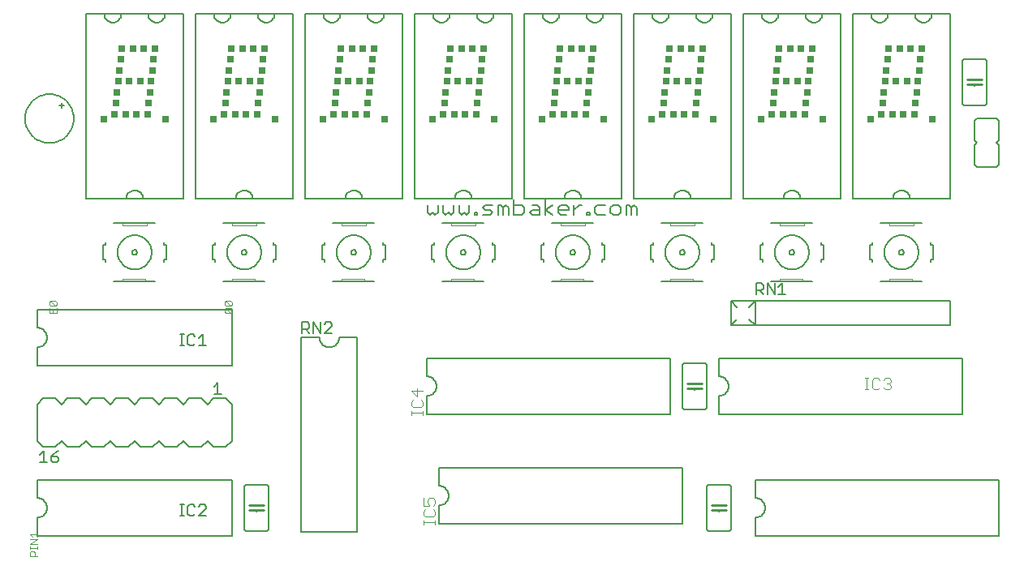
<source format=gto>
G75*
%MOIN*%
%OFA0B0*%
%FSLAX24Y24*%
%IPPOS*%
%LPD*%
%AMOC8*
5,1,8,0,0,1.08239X$1,22.5*
%
%ADD10C,0.0030*%
%ADD11C,0.0060*%
%ADD12C,0.0100*%
%ADD13R,0.0250X0.0250*%
%ADD14C,0.0050*%
%ADD15C,0.0040*%
%ADD16C,0.0020*%
D10*
X000375Y002195D02*
X000375Y002340D01*
X000423Y002388D01*
X000520Y002388D01*
X000568Y002340D01*
X000568Y002195D01*
X000665Y002195D02*
X000375Y002195D01*
X000375Y002490D02*
X000375Y002586D01*
X000375Y002538D02*
X000665Y002538D01*
X000665Y002490D02*
X000665Y002586D01*
X000665Y002686D02*
X000375Y002686D01*
X000665Y002880D01*
X000375Y002880D01*
X000472Y002981D02*
X000375Y003077D01*
X000665Y003077D01*
X000665Y002981D02*
X000665Y003174D01*
X001175Y012195D02*
X001465Y012195D01*
X001465Y012388D01*
X001417Y012490D02*
X001223Y012490D01*
X001175Y012538D01*
X001175Y012635D01*
X001223Y012683D01*
X001417Y012490D01*
X001465Y012538D01*
X001465Y012635D01*
X001417Y012683D01*
X001223Y012683D01*
X001175Y012388D02*
X001175Y012195D01*
X001320Y012195D02*
X001320Y012292D01*
X008375Y012340D02*
X008423Y012388D01*
X008617Y012195D01*
X008665Y012243D01*
X008665Y012340D01*
X008617Y012388D01*
X008423Y012388D01*
X008375Y012340D02*
X008375Y012243D01*
X008423Y012195D01*
X008617Y012195D01*
X008617Y012490D02*
X008423Y012490D01*
X008375Y012538D01*
X008375Y012635D01*
X008423Y012683D01*
X008617Y012490D01*
X008665Y012538D01*
X008665Y012635D01*
X008617Y012683D01*
X008423Y012683D01*
D11*
X008680Y012330D02*
X008680Y010030D01*
X000680Y010030D01*
X000680Y010780D01*
X000719Y010782D01*
X000758Y010788D01*
X000796Y010797D01*
X000833Y010810D01*
X000869Y010827D01*
X000902Y010847D01*
X000934Y010871D01*
X000963Y010897D01*
X000989Y010926D01*
X001013Y010958D01*
X001033Y010991D01*
X001050Y011027D01*
X001063Y011064D01*
X001072Y011102D01*
X001078Y011141D01*
X001080Y011180D01*
X001078Y011219D01*
X001072Y011258D01*
X001063Y011296D01*
X001050Y011333D01*
X001033Y011369D01*
X001013Y011402D01*
X000989Y011434D01*
X000963Y011463D01*
X000934Y011489D01*
X000902Y011513D01*
X000869Y011533D01*
X000833Y011550D01*
X000796Y011563D01*
X000758Y011572D01*
X000719Y011578D01*
X000680Y011580D01*
X000680Y012330D01*
X008680Y012330D01*
X008680Y013480D02*
X008330Y013480D01*
X008680Y013480D02*
X009630Y013480D01*
X010030Y013480D01*
X010380Y014280D02*
X010380Y014380D01*
X010480Y014380D01*
X010480Y014980D01*
X010380Y014980D01*
X010380Y015080D01*
X010030Y015880D02*
X009680Y015880D01*
X008680Y015880D01*
X008330Y015880D01*
X007980Y015080D02*
X007980Y014980D01*
X007880Y014980D01*
X007880Y014380D01*
X007980Y014380D01*
X007980Y014280D01*
X009080Y014680D02*
X009082Y014700D01*
X009088Y014718D01*
X009097Y014736D01*
X009109Y014751D01*
X009124Y014763D01*
X009142Y014772D01*
X009160Y014778D01*
X009180Y014780D01*
X009200Y014778D01*
X009218Y014772D01*
X009236Y014763D01*
X009251Y014751D01*
X009263Y014736D01*
X009272Y014718D01*
X009278Y014700D01*
X009280Y014680D01*
X009278Y014660D01*
X009272Y014642D01*
X009263Y014624D01*
X009251Y014609D01*
X009236Y014597D01*
X009218Y014588D01*
X009200Y014582D01*
X009180Y014580D01*
X009160Y014582D01*
X009142Y014588D01*
X009124Y014597D01*
X009109Y014609D01*
X009097Y014624D01*
X009088Y014642D01*
X009082Y014660D01*
X009080Y014680D01*
X008480Y014680D02*
X008482Y014732D01*
X008488Y014784D01*
X008498Y014836D01*
X008511Y014886D01*
X008528Y014936D01*
X008549Y014984D01*
X008574Y015030D01*
X008602Y015074D01*
X008633Y015116D01*
X008667Y015156D01*
X008704Y015193D01*
X008744Y015227D01*
X008786Y015258D01*
X008830Y015286D01*
X008876Y015311D01*
X008924Y015332D01*
X008974Y015349D01*
X009024Y015362D01*
X009076Y015372D01*
X009128Y015378D01*
X009180Y015380D01*
X009232Y015378D01*
X009284Y015372D01*
X009336Y015362D01*
X009386Y015349D01*
X009436Y015332D01*
X009484Y015311D01*
X009530Y015286D01*
X009574Y015258D01*
X009616Y015227D01*
X009656Y015193D01*
X009693Y015156D01*
X009727Y015116D01*
X009758Y015074D01*
X009786Y015030D01*
X009811Y014984D01*
X009832Y014936D01*
X009849Y014886D01*
X009862Y014836D01*
X009872Y014784D01*
X009878Y014732D01*
X009880Y014680D01*
X009878Y014628D01*
X009872Y014576D01*
X009862Y014524D01*
X009849Y014474D01*
X009832Y014424D01*
X009811Y014376D01*
X009786Y014330D01*
X009758Y014286D01*
X009727Y014244D01*
X009693Y014204D01*
X009656Y014167D01*
X009616Y014133D01*
X009574Y014102D01*
X009530Y014074D01*
X009484Y014049D01*
X009436Y014028D01*
X009386Y014011D01*
X009336Y013998D01*
X009284Y013988D01*
X009232Y013982D01*
X009180Y013980D01*
X009128Y013982D01*
X009076Y013988D01*
X009024Y013998D01*
X008974Y014011D01*
X008924Y014028D01*
X008876Y014049D01*
X008830Y014074D01*
X008786Y014102D01*
X008744Y014133D01*
X008704Y014167D01*
X008667Y014204D01*
X008633Y014244D01*
X008602Y014286D01*
X008574Y014330D01*
X008549Y014376D01*
X008528Y014424D01*
X008511Y014474D01*
X008498Y014524D01*
X008488Y014576D01*
X008482Y014628D01*
X008480Y014680D01*
X005980Y014380D02*
X005980Y014980D01*
X005880Y014980D01*
X005880Y015080D01*
X005880Y014380D02*
X005880Y014280D01*
X005880Y014380D02*
X005980Y014380D01*
X005530Y013480D02*
X005130Y013480D01*
X004180Y013480D01*
X003830Y013480D01*
X003480Y014280D02*
X003480Y014380D01*
X003380Y014380D01*
X003380Y014980D01*
X003480Y014980D01*
X003480Y015080D01*
X003830Y015880D02*
X004180Y015880D01*
X005180Y015880D01*
X005530Y015880D01*
X005030Y016880D02*
X005028Y016917D01*
X005022Y016953D01*
X005013Y016988D01*
X005000Y017022D01*
X004983Y017055D01*
X004963Y017086D01*
X004940Y017114D01*
X004914Y017140D01*
X004886Y017163D01*
X004855Y017183D01*
X004822Y017200D01*
X004788Y017213D01*
X004753Y017222D01*
X004717Y017228D01*
X004680Y017230D01*
X004643Y017228D01*
X004607Y017222D01*
X004572Y017213D01*
X004538Y017200D01*
X004505Y017183D01*
X004474Y017163D01*
X004446Y017140D01*
X004420Y017114D01*
X004397Y017086D01*
X004377Y017055D01*
X004360Y017022D01*
X004347Y016988D01*
X004338Y016953D01*
X004332Y016917D01*
X004330Y016880D01*
X002680Y016880D02*
X002680Y024480D01*
X006680Y024480D01*
X006680Y016880D01*
X002680Y016880D01*
X004580Y014680D02*
X004582Y014700D01*
X004588Y014718D01*
X004597Y014736D01*
X004609Y014751D01*
X004624Y014763D01*
X004642Y014772D01*
X004660Y014778D01*
X004680Y014780D01*
X004700Y014778D01*
X004718Y014772D01*
X004736Y014763D01*
X004751Y014751D01*
X004763Y014736D01*
X004772Y014718D01*
X004778Y014700D01*
X004780Y014680D01*
X004778Y014660D01*
X004772Y014642D01*
X004763Y014624D01*
X004751Y014609D01*
X004736Y014597D01*
X004718Y014588D01*
X004700Y014582D01*
X004680Y014580D01*
X004660Y014582D01*
X004642Y014588D01*
X004624Y014597D01*
X004609Y014609D01*
X004597Y014624D01*
X004588Y014642D01*
X004582Y014660D01*
X004580Y014680D01*
X003980Y014680D02*
X003982Y014732D01*
X003988Y014784D01*
X003998Y014836D01*
X004011Y014886D01*
X004028Y014936D01*
X004049Y014984D01*
X004074Y015030D01*
X004102Y015074D01*
X004133Y015116D01*
X004167Y015156D01*
X004204Y015193D01*
X004244Y015227D01*
X004286Y015258D01*
X004330Y015286D01*
X004376Y015311D01*
X004424Y015332D01*
X004474Y015349D01*
X004524Y015362D01*
X004576Y015372D01*
X004628Y015378D01*
X004680Y015380D01*
X004732Y015378D01*
X004784Y015372D01*
X004836Y015362D01*
X004886Y015349D01*
X004936Y015332D01*
X004984Y015311D01*
X005030Y015286D01*
X005074Y015258D01*
X005116Y015227D01*
X005156Y015193D01*
X005193Y015156D01*
X005227Y015116D01*
X005258Y015074D01*
X005286Y015030D01*
X005311Y014984D01*
X005332Y014936D01*
X005349Y014886D01*
X005362Y014836D01*
X005372Y014784D01*
X005378Y014732D01*
X005380Y014680D01*
X005378Y014628D01*
X005372Y014576D01*
X005362Y014524D01*
X005349Y014474D01*
X005332Y014424D01*
X005311Y014376D01*
X005286Y014330D01*
X005258Y014286D01*
X005227Y014244D01*
X005193Y014204D01*
X005156Y014167D01*
X005116Y014133D01*
X005074Y014102D01*
X005030Y014074D01*
X004984Y014049D01*
X004936Y014028D01*
X004886Y014011D01*
X004836Y013998D01*
X004784Y013988D01*
X004732Y013982D01*
X004680Y013980D01*
X004628Y013982D01*
X004576Y013988D01*
X004524Y013998D01*
X004474Y014011D01*
X004424Y014028D01*
X004376Y014049D01*
X004330Y014074D01*
X004286Y014102D01*
X004244Y014133D01*
X004204Y014167D01*
X004167Y014204D01*
X004133Y014244D01*
X004102Y014286D01*
X004074Y014330D01*
X004049Y014376D01*
X004028Y014424D01*
X004011Y014474D01*
X003998Y014524D01*
X003988Y014576D01*
X003982Y014628D01*
X003980Y014680D01*
X007180Y016880D02*
X007180Y024480D01*
X011180Y024480D01*
X011180Y016880D01*
X007180Y016880D01*
X008830Y016880D02*
X008832Y016917D01*
X008838Y016953D01*
X008847Y016988D01*
X008860Y017022D01*
X008877Y017055D01*
X008897Y017086D01*
X008920Y017114D01*
X008946Y017140D01*
X008974Y017163D01*
X009005Y017183D01*
X009038Y017200D01*
X009072Y017213D01*
X009107Y017222D01*
X009143Y017228D01*
X009180Y017230D01*
X009217Y017228D01*
X009253Y017222D01*
X009288Y017213D01*
X009322Y017200D01*
X009355Y017183D01*
X009386Y017163D01*
X009414Y017140D01*
X009440Y017114D01*
X009463Y017086D01*
X009483Y017055D01*
X009500Y017022D01*
X009513Y016988D01*
X009522Y016953D01*
X009528Y016917D01*
X009530Y016880D01*
X011680Y016880D02*
X011680Y024480D01*
X015680Y024480D01*
X015680Y016880D01*
X011680Y016880D01*
X012830Y015880D02*
X013180Y015880D01*
X014180Y015880D01*
X014530Y015880D01*
X014880Y015080D02*
X014880Y014980D01*
X014980Y014980D01*
X014980Y014380D01*
X014880Y014380D01*
X014880Y014280D01*
X014530Y013480D02*
X014130Y013480D01*
X013180Y013480D01*
X012830Y013480D01*
X012480Y014280D02*
X012480Y014380D01*
X012380Y014380D01*
X012380Y014980D01*
X012480Y014980D01*
X012480Y015080D01*
X013580Y014680D02*
X013582Y014700D01*
X013588Y014718D01*
X013597Y014736D01*
X013609Y014751D01*
X013624Y014763D01*
X013642Y014772D01*
X013660Y014778D01*
X013680Y014780D01*
X013700Y014778D01*
X013718Y014772D01*
X013736Y014763D01*
X013751Y014751D01*
X013763Y014736D01*
X013772Y014718D01*
X013778Y014700D01*
X013780Y014680D01*
X013778Y014660D01*
X013772Y014642D01*
X013763Y014624D01*
X013751Y014609D01*
X013736Y014597D01*
X013718Y014588D01*
X013700Y014582D01*
X013680Y014580D01*
X013660Y014582D01*
X013642Y014588D01*
X013624Y014597D01*
X013609Y014609D01*
X013597Y014624D01*
X013588Y014642D01*
X013582Y014660D01*
X013580Y014680D01*
X012980Y014680D02*
X012982Y014732D01*
X012988Y014784D01*
X012998Y014836D01*
X013011Y014886D01*
X013028Y014936D01*
X013049Y014984D01*
X013074Y015030D01*
X013102Y015074D01*
X013133Y015116D01*
X013167Y015156D01*
X013204Y015193D01*
X013244Y015227D01*
X013286Y015258D01*
X013330Y015286D01*
X013376Y015311D01*
X013424Y015332D01*
X013474Y015349D01*
X013524Y015362D01*
X013576Y015372D01*
X013628Y015378D01*
X013680Y015380D01*
X013732Y015378D01*
X013784Y015372D01*
X013836Y015362D01*
X013886Y015349D01*
X013936Y015332D01*
X013984Y015311D01*
X014030Y015286D01*
X014074Y015258D01*
X014116Y015227D01*
X014156Y015193D01*
X014193Y015156D01*
X014227Y015116D01*
X014258Y015074D01*
X014286Y015030D01*
X014311Y014984D01*
X014332Y014936D01*
X014349Y014886D01*
X014362Y014836D01*
X014372Y014784D01*
X014378Y014732D01*
X014380Y014680D01*
X014378Y014628D01*
X014372Y014576D01*
X014362Y014524D01*
X014349Y014474D01*
X014332Y014424D01*
X014311Y014376D01*
X014286Y014330D01*
X014258Y014286D01*
X014227Y014244D01*
X014193Y014204D01*
X014156Y014167D01*
X014116Y014133D01*
X014074Y014102D01*
X014030Y014074D01*
X013984Y014049D01*
X013936Y014028D01*
X013886Y014011D01*
X013836Y013998D01*
X013784Y013988D01*
X013732Y013982D01*
X013680Y013980D01*
X013628Y013982D01*
X013576Y013988D01*
X013524Y013998D01*
X013474Y014011D01*
X013424Y014028D01*
X013376Y014049D01*
X013330Y014074D01*
X013286Y014102D01*
X013244Y014133D01*
X013204Y014167D01*
X013167Y014204D01*
X013133Y014244D01*
X013102Y014286D01*
X013074Y014330D01*
X013049Y014376D01*
X013028Y014424D01*
X013011Y014474D01*
X012998Y014524D01*
X012988Y014576D01*
X012982Y014628D01*
X012980Y014680D01*
X013330Y016880D02*
X013332Y016917D01*
X013338Y016953D01*
X013347Y016988D01*
X013360Y017022D01*
X013377Y017055D01*
X013397Y017086D01*
X013420Y017114D01*
X013446Y017140D01*
X013474Y017163D01*
X013505Y017183D01*
X013538Y017200D01*
X013572Y017213D01*
X013607Y017222D01*
X013643Y017228D01*
X013680Y017230D01*
X013717Y017228D01*
X013753Y017222D01*
X013788Y017213D01*
X013822Y017200D01*
X013855Y017183D01*
X013886Y017163D01*
X013914Y017140D01*
X013940Y017114D01*
X013963Y017086D01*
X013983Y017055D01*
X014000Y017022D01*
X014013Y016988D01*
X014022Y016953D01*
X014028Y016917D01*
X014030Y016880D01*
X016180Y016880D02*
X016180Y024480D01*
X020180Y024480D01*
X020180Y016880D01*
X016180Y016880D01*
X016710Y016637D02*
X016710Y016317D01*
X016817Y016210D01*
X016924Y016317D01*
X017030Y016210D01*
X017137Y016317D01*
X017137Y016637D01*
X017355Y016637D02*
X017355Y016317D01*
X017461Y016210D01*
X017568Y016317D01*
X017675Y016210D01*
X017782Y016317D01*
X017782Y016637D01*
X017999Y016637D02*
X017999Y016317D01*
X018106Y016210D01*
X018213Y016317D01*
X018319Y016210D01*
X018426Y016317D01*
X018426Y016637D01*
X018530Y016880D02*
X018528Y016917D01*
X018522Y016953D01*
X018513Y016988D01*
X018500Y017022D01*
X018483Y017055D01*
X018463Y017086D01*
X018440Y017114D01*
X018414Y017140D01*
X018386Y017163D01*
X018355Y017183D01*
X018322Y017200D01*
X018288Y017213D01*
X018253Y017222D01*
X018217Y017228D01*
X018180Y017230D01*
X018143Y017228D01*
X018107Y017222D01*
X018072Y017213D01*
X018038Y017200D01*
X018005Y017183D01*
X017974Y017163D01*
X017946Y017140D01*
X017920Y017114D01*
X017897Y017086D01*
X017877Y017055D01*
X017860Y017022D01*
X017847Y016988D01*
X017838Y016953D01*
X017832Y016917D01*
X017830Y016880D01*
X018644Y016317D02*
X018750Y016317D01*
X018750Y016210D01*
X018644Y016210D01*
X018644Y016317D01*
X018966Y016210D02*
X019286Y016210D01*
X019393Y016317D01*
X019286Y016424D01*
X019073Y016424D01*
X018966Y016530D01*
X019073Y016637D01*
X019393Y016637D01*
X019610Y016637D02*
X019717Y016637D01*
X019824Y016530D01*
X019931Y016637D01*
X020038Y016530D01*
X020038Y016210D01*
X019824Y016210D02*
X019824Y016530D01*
X019610Y016637D02*
X019610Y016210D01*
X019030Y015880D02*
X018680Y015880D01*
X017680Y015880D01*
X017330Y015880D01*
X016980Y015080D02*
X016980Y014980D01*
X016880Y014980D01*
X016880Y014380D01*
X016980Y014380D01*
X016980Y014280D01*
X017330Y013480D02*
X017680Y013480D01*
X018630Y013480D01*
X019030Y013480D01*
X019380Y014280D02*
X019380Y014380D01*
X019480Y014380D01*
X019480Y014980D01*
X019380Y014980D01*
X019380Y015080D01*
X018080Y014680D02*
X018082Y014700D01*
X018088Y014718D01*
X018097Y014736D01*
X018109Y014751D01*
X018124Y014763D01*
X018142Y014772D01*
X018160Y014778D01*
X018180Y014780D01*
X018200Y014778D01*
X018218Y014772D01*
X018236Y014763D01*
X018251Y014751D01*
X018263Y014736D01*
X018272Y014718D01*
X018278Y014700D01*
X018280Y014680D01*
X018278Y014660D01*
X018272Y014642D01*
X018263Y014624D01*
X018251Y014609D01*
X018236Y014597D01*
X018218Y014588D01*
X018200Y014582D01*
X018180Y014580D01*
X018160Y014582D01*
X018142Y014588D01*
X018124Y014597D01*
X018109Y014609D01*
X018097Y014624D01*
X018088Y014642D01*
X018082Y014660D01*
X018080Y014680D01*
X017480Y014680D02*
X017482Y014732D01*
X017488Y014784D01*
X017498Y014836D01*
X017511Y014886D01*
X017528Y014936D01*
X017549Y014984D01*
X017574Y015030D01*
X017602Y015074D01*
X017633Y015116D01*
X017667Y015156D01*
X017704Y015193D01*
X017744Y015227D01*
X017786Y015258D01*
X017830Y015286D01*
X017876Y015311D01*
X017924Y015332D01*
X017974Y015349D01*
X018024Y015362D01*
X018076Y015372D01*
X018128Y015378D01*
X018180Y015380D01*
X018232Y015378D01*
X018284Y015372D01*
X018336Y015362D01*
X018386Y015349D01*
X018436Y015332D01*
X018484Y015311D01*
X018530Y015286D01*
X018574Y015258D01*
X018616Y015227D01*
X018656Y015193D01*
X018693Y015156D01*
X018727Y015116D01*
X018758Y015074D01*
X018786Y015030D01*
X018811Y014984D01*
X018832Y014936D01*
X018849Y014886D01*
X018862Y014836D01*
X018872Y014784D01*
X018878Y014732D01*
X018880Y014680D01*
X018878Y014628D01*
X018872Y014576D01*
X018862Y014524D01*
X018849Y014474D01*
X018832Y014424D01*
X018811Y014376D01*
X018786Y014330D01*
X018758Y014286D01*
X018727Y014244D01*
X018693Y014204D01*
X018656Y014167D01*
X018616Y014133D01*
X018574Y014102D01*
X018530Y014074D01*
X018484Y014049D01*
X018436Y014028D01*
X018386Y014011D01*
X018336Y013998D01*
X018284Y013988D01*
X018232Y013982D01*
X018180Y013980D01*
X018128Y013982D01*
X018076Y013988D01*
X018024Y013998D01*
X017974Y014011D01*
X017924Y014028D01*
X017876Y014049D01*
X017830Y014074D01*
X017786Y014102D01*
X017744Y014133D01*
X017704Y014167D01*
X017667Y014204D01*
X017633Y014244D01*
X017602Y014286D01*
X017574Y014330D01*
X017549Y014376D01*
X017528Y014424D01*
X017511Y014474D01*
X017498Y014524D01*
X017488Y014576D01*
X017482Y014628D01*
X017480Y014680D01*
X020255Y016210D02*
X020575Y016210D01*
X020682Y016317D01*
X020682Y016530D01*
X020575Y016637D01*
X020255Y016637D01*
X020255Y016851D02*
X020255Y016210D01*
X020900Y016317D02*
X021006Y016210D01*
X021327Y016210D01*
X021327Y016530D01*
X021220Y016637D01*
X021006Y016637D01*
X021006Y016424D02*
X021327Y016424D01*
X021544Y016424D02*
X021864Y016637D01*
X022081Y016530D02*
X022081Y016317D01*
X022188Y016210D01*
X022402Y016210D01*
X022508Y016424D02*
X022081Y016424D01*
X022081Y016530D02*
X022188Y016637D01*
X022402Y016637D01*
X022508Y016530D01*
X022508Y016424D01*
X022726Y016424D02*
X022939Y016637D01*
X023046Y016637D01*
X022726Y016637D02*
X022726Y016210D01*
X023263Y016210D02*
X023263Y016317D01*
X023370Y016317D01*
X023370Y016210D01*
X023263Y016210D01*
X023585Y016317D02*
X023692Y016210D01*
X024012Y016210D01*
X024230Y016317D02*
X024337Y016210D01*
X024550Y016210D01*
X024657Y016317D01*
X024657Y016530D01*
X024550Y016637D01*
X024337Y016637D01*
X024230Y016530D01*
X024230Y016317D01*
X024012Y016637D02*
X023692Y016637D01*
X023585Y016530D01*
X023585Y016317D01*
X023530Y015880D02*
X023180Y015880D01*
X022180Y015880D01*
X021830Y015880D01*
X021864Y016210D02*
X021544Y016424D01*
X021544Y016210D02*
X021544Y016851D01*
X021006Y016424D02*
X020900Y016317D01*
X020680Y016880D02*
X020680Y024480D01*
X024680Y024480D01*
X024680Y016880D01*
X020680Y016880D01*
X022330Y016880D02*
X022332Y016917D01*
X022338Y016953D01*
X022347Y016988D01*
X022360Y017022D01*
X022377Y017055D01*
X022397Y017086D01*
X022420Y017114D01*
X022446Y017140D01*
X022474Y017163D01*
X022505Y017183D01*
X022538Y017200D01*
X022572Y017213D01*
X022607Y017222D01*
X022643Y017228D01*
X022680Y017230D01*
X022717Y017228D01*
X022753Y017222D01*
X022788Y017213D01*
X022822Y017200D01*
X022855Y017183D01*
X022886Y017163D01*
X022914Y017140D01*
X022940Y017114D01*
X022963Y017086D01*
X022983Y017055D01*
X023000Y017022D01*
X023013Y016988D01*
X023022Y016953D01*
X023028Y016917D01*
X023030Y016880D01*
X024874Y016637D02*
X024874Y016210D01*
X025088Y016210D02*
X025088Y016530D01*
X025195Y016637D01*
X025301Y016530D01*
X025301Y016210D01*
X025088Y016530D02*
X024981Y016637D01*
X024874Y016637D01*
X025180Y016880D02*
X025180Y024480D01*
X029180Y024480D01*
X029180Y016880D01*
X025180Y016880D01*
X026330Y015880D02*
X026680Y015880D01*
X027680Y015880D01*
X028030Y015880D01*
X028380Y015080D02*
X028380Y014980D01*
X028480Y014980D01*
X028480Y014380D01*
X028380Y014380D01*
X028380Y014280D01*
X028030Y013480D02*
X027630Y013480D01*
X026680Y013480D01*
X026330Y013480D01*
X025980Y014280D02*
X025980Y014380D01*
X025880Y014380D01*
X025880Y014980D01*
X025980Y014980D01*
X025980Y015080D01*
X027080Y014680D02*
X027082Y014700D01*
X027088Y014718D01*
X027097Y014736D01*
X027109Y014751D01*
X027124Y014763D01*
X027142Y014772D01*
X027160Y014778D01*
X027180Y014780D01*
X027200Y014778D01*
X027218Y014772D01*
X027236Y014763D01*
X027251Y014751D01*
X027263Y014736D01*
X027272Y014718D01*
X027278Y014700D01*
X027280Y014680D01*
X027278Y014660D01*
X027272Y014642D01*
X027263Y014624D01*
X027251Y014609D01*
X027236Y014597D01*
X027218Y014588D01*
X027200Y014582D01*
X027180Y014580D01*
X027160Y014582D01*
X027142Y014588D01*
X027124Y014597D01*
X027109Y014609D01*
X027097Y014624D01*
X027088Y014642D01*
X027082Y014660D01*
X027080Y014680D01*
X026480Y014680D02*
X026482Y014732D01*
X026488Y014784D01*
X026498Y014836D01*
X026511Y014886D01*
X026528Y014936D01*
X026549Y014984D01*
X026574Y015030D01*
X026602Y015074D01*
X026633Y015116D01*
X026667Y015156D01*
X026704Y015193D01*
X026744Y015227D01*
X026786Y015258D01*
X026830Y015286D01*
X026876Y015311D01*
X026924Y015332D01*
X026974Y015349D01*
X027024Y015362D01*
X027076Y015372D01*
X027128Y015378D01*
X027180Y015380D01*
X027232Y015378D01*
X027284Y015372D01*
X027336Y015362D01*
X027386Y015349D01*
X027436Y015332D01*
X027484Y015311D01*
X027530Y015286D01*
X027574Y015258D01*
X027616Y015227D01*
X027656Y015193D01*
X027693Y015156D01*
X027727Y015116D01*
X027758Y015074D01*
X027786Y015030D01*
X027811Y014984D01*
X027832Y014936D01*
X027849Y014886D01*
X027862Y014836D01*
X027872Y014784D01*
X027878Y014732D01*
X027880Y014680D01*
X027878Y014628D01*
X027872Y014576D01*
X027862Y014524D01*
X027849Y014474D01*
X027832Y014424D01*
X027811Y014376D01*
X027786Y014330D01*
X027758Y014286D01*
X027727Y014244D01*
X027693Y014204D01*
X027656Y014167D01*
X027616Y014133D01*
X027574Y014102D01*
X027530Y014074D01*
X027484Y014049D01*
X027436Y014028D01*
X027386Y014011D01*
X027336Y013998D01*
X027284Y013988D01*
X027232Y013982D01*
X027180Y013980D01*
X027128Y013982D01*
X027076Y013988D01*
X027024Y013998D01*
X026974Y014011D01*
X026924Y014028D01*
X026876Y014049D01*
X026830Y014074D01*
X026786Y014102D01*
X026744Y014133D01*
X026704Y014167D01*
X026667Y014204D01*
X026633Y014244D01*
X026602Y014286D01*
X026574Y014330D01*
X026549Y014376D01*
X026528Y014424D01*
X026511Y014474D01*
X026498Y014524D01*
X026488Y014576D01*
X026482Y014628D01*
X026480Y014680D01*
X023980Y014380D02*
X023980Y014980D01*
X023880Y014980D01*
X023880Y015080D01*
X023880Y014380D02*
X023880Y014280D01*
X023880Y014380D02*
X023980Y014380D01*
X023530Y013480D02*
X023130Y013480D01*
X022180Y013480D01*
X021830Y013480D01*
X021480Y014280D02*
X021480Y014380D01*
X021380Y014380D01*
X021380Y014980D01*
X021480Y014980D01*
X021480Y015080D01*
X022580Y014680D02*
X022582Y014700D01*
X022588Y014718D01*
X022597Y014736D01*
X022609Y014751D01*
X022624Y014763D01*
X022642Y014772D01*
X022660Y014778D01*
X022680Y014780D01*
X022700Y014778D01*
X022718Y014772D01*
X022736Y014763D01*
X022751Y014751D01*
X022763Y014736D01*
X022772Y014718D01*
X022778Y014700D01*
X022780Y014680D01*
X022778Y014660D01*
X022772Y014642D01*
X022763Y014624D01*
X022751Y014609D01*
X022736Y014597D01*
X022718Y014588D01*
X022700Y014582D01*
X022680Y014580D01*
X022660Y014582D01*
X022642Y014588D01*
X022624Y014597D01*
X022609Y014609D01*
X022597Y014624D01*
X022588Y014642D01*
X022582Y014660D01*
X022580Y014680D01*
X021980Y014680D02*
X021982Y014732D01*
X021988Y014784D01*
X021998Y014836D01*
X022011Y014886D01*
X022028Y014936D01*
X022049Y014984D01*
X022074Y015030D01*
X022102Y015074D01*
X022133Y015116D01*
X022167Y015156D01*
X022204Y015193D01*
X022244Y015227D01*
X022286Y015258D01*
X022330Y015286D01*
X022376Y015311D01*
X022424Y015332D01*
X022474Y015349D01*
X022524Y015362D01*
X022576Y015372D01*
X022628Y015378D01*
X022680Y015380D01*
X022732Y015378D01*
X022784Y015372D01*
X022836Y015362D01*
X022886Y015349D01*
X022936Y015332D01*
X022984Y015311D01*
X023030Y015286D01*
X023074Y015258D01*
X023116Y015227D01*
X023156Y015193D01*
X023193Y015156D01*
X023227Y015116D01*
X023258Y015074D01*
X023286Y015030D01*
X023311Y014984D01*
X023332Y014936D01*
X023349Y014886D01*
X023362Y014836D01*
X023372Y014784D01*
X023378Y014732D01*
X023380Y014680D01*
X023378Y014628D01*
X023372Y014576D01*
X023362Y014524D01*
X023349Y014474D01*
X023332Y014424D01*
X023311Y014376D01*
X023286Y014330D01*
X023258Y014286D01*
X023227Y014244D01*
X023193Y014204D01*
X023156Y014167D01*
X023116Y014133D01*
X023074Y014102D01*
X023030Y014074D01*
X022984Y014049D01*
X022936Y014028D01*
X022886Y014011D01*
X022836Y013998D01*
X022784Y013988D01*
X022732Y013982D01*
X022680Y013980D01*
X022628Y013982D01*
X022576Y013988D01*
X022524Y013998D01*
X022474Y014011D01*
X022424Y014028D01*
X022376Y014049D01*
X022330Y014074D01*
X022286Y014102D01*
X022244Y014133D01*
X022204Y014167D01*
X022167Y014204D01*
X022133Y014244D01*
X022102Y014286D01*
X022074Y014330D01*
X022049Y014376D01*
X022028Y014424D01*
X022011Y014474D01*
X021998Y014524D01*
X021988Y014576D01*
X021982Y014628D01*
X021980Y014680D01*
X026830Y016880D02*
X026832Y016917D01*
X026838Y016953D01*
X026847Y016988D01*
X026860Y017022D01*
X026877Y017055D01*
X026897Y017086D01*
X026920Y017114D01*
X026946Y017140D01*
X026974Y017163D01*
X027005Y017183D01*
X027038Y017200D01*
X027072Y017213D01*
X027107Y017222D01*
X027143Y017228D01*
X027180Y017230D01*
X027217Y017228D01*
X027253Y017222D01*
X027288Y017213D01*
X027322Y017200D01*
X027355Y017183D01*
X027386Y017163D01*
X027414Y017140D01*
X027440Y017114D01*
X027463Y017086D01*
X027483Y017055D01*
X027500Y017022D01*
X027513Y016988D01*
X027522Y016953D01*
X027528Y016917D01*
X027530Y016880D01*
X029680Y016880D02*
X029680Y024480D01*
X033680Y024480D01*
X033680Y016880D01*
X029680Y016880D01*
X030830Y015880D02*
X031180Y015880D01*
X032180Y015880D01*
X032530Y015880D01*
X032880Y015080D02*
X032880Y014980D01*
X032980Y014980D01*
X032980Y014380D01*
X032880Y014380D01*
X032880Y014280D01*
X032530Y013480D02*
X032130Y013480D01*
X031180Y013480D01*
X030830Y013480D01*
X030480Y014280D02*
X030480Y014380D01*
X030380Y014380D01*
X030380Y014980D01*
X030480Y014980D01*
X030480Y015080D01*
X031580Y014680D02*
X031582Y014700D01*
X031588Y014718D01*
X031597Y014736D01*
X031609Y014751D01*
X031624Y014763D01*
X031642Y014772D01*
X031660Y014778D01*
X031680Y014780D01*
X031700Y014778D01*
X031718Y014772D01*
X031736Y014763D01*
X031751Y014751D01*
X031763Y014736D01*
X031772Y014718D01*
X031778Y014700D01*
X031780Y014680D01*
X031778Y014660D01*
X031772Y014642D01*
X031763Y014624D01*
X031751Y014609D01*
X031736Y014597D01*
X031718Y014588D01*
X031700Y014582D01*
X031680Y014580D01*
X031660Y014582D01*
X031642Y014588D01*
X031624Y014597D01*
X031609Y014609D01*
X031597Y014624D01*
X031588Y014642D01*
X031582Y014660D01*
X031580Y014680D01*
X030980Y014680D02*
X030982Y014732D01*
X030988Y014784D01*
X030998Y014836D01*
X031011Y014886D01*
X031028Y014936D01*
X031049Y014984D01*
X031074Y015030D01*
X031102Y015074D01*
X031133Y015116D01*
X031167Y015156D01*
X031204Y015193D01*
X031244Y015227D01*
X031286Y015258D01*
X031330Y015286D01*
X031376Y015311D01*
X031424Y015332D01*
X031474Y015349D01*
X031524Y015362D01*
X031576Y015372D01*
X031628Y015378D01*
X031680Y015380D01*
X031732Y015378D01*
X031784Y015372D01*
X031836Y015362D01*
X031886Y015349D01*
X031936Y015332D01*
X031984Y015311D01*
X032030Y015286D01*
X032074Y015258D01*
X032116Y015227D01*
X032156Y015193D01*
X032193Y015156D01*
X032227Y015116D01*
X032258Y015074D01*
X032286Y015030D01*
X032311Y014984D01*
X032332Y014936D01*
X032349Y014886D01*
X032362Y014836D01*
X032372Y014784D01*
X032378Y014732D01*
X032380Y014680D01*
X032378Y014628D01*
X032372Y014576D01*
X032362Y014524D01*
X032349Y014474D01*
X032332Y014424D01*
X032311Y014376D01*
X032286Y014330D01*
X032258Y014286D01*
X032227Y014244D01*
X032193Y014204D01*
X032156Y014167D01*
X032116Y014133D01*
X032074Y014102D01*
X032030Y014074D01*
X031984Y014049D01*
X031936Y014028D01*
X031886Y014011D01*
X031836Y013998D01*
X031784Y013988D01*
X031732Y013982D01*
X031680Y013980D01*
X031628Y013982D01*
X031576Y013988D01*
X031524Y013998D01*
X031474Y014011D01*
X031424Y014028D01*
X031376Y014049D01*
X031330Y014074D01*
X031286Y014102D01*
X031244Y014133D01*
X031204Y014167D01*
X031167Y014204D01*
X031133Y014244D01*
X031102Y014286D01*
X031074Y014330D01*
X031049Y014376D01*
X031028Y014424D01*
X031011Y014474D01*
X030998Y014524D01*
X030988Y014576D01*
X030982Y014628D01*
X030980Y014680D01*
X030180Y012680D02*
X029180Y012680D01*
X029430Y012430D01*
X029180Y012680D02*
X029180Y011680D01*
X030180Y011680D01*
X038180Y011680D01*
X038180Y012680D01*
X030180Y012680D01*
X030180Y011680D01*
X029930Y011930D01*
X029430Y011930D02*
X029180Y011680D01*
X029930Y012430D02*
X030180Y012680D01*
X028680Y010330D02*
X028680Y009580D01*
X028719Y009578D01*
X028758Y009572D01*
X028796Y009563D01*
X028833Y009550D01*
X028869Y009533D01*
X028902Y009513D01*
X028934Y009489D01*
X028963Y009463D01*
X028989Y009434D01*
X029013Y009402D01*
X029033Y009369D01*
X029050Y009333D01*
X029063Y009296D01*
X029072Y009258D01*
X029078Y009219D01*
X029080Y009180D01*
X029078Y009141D01*
X029072Y009102D01*
X029063Y009064D01*
X029050Y009027D01*
X029033Y008991D01*
X029013Y008958D01*
X028989Y008926D01*
X028963Y008897D01*
X028934Y008871D01*
X028902Y008847D01*
X028869Y008827D01*
X028833Y008810D01*
X028796Y008797D01*
X028758Y008788D01*
X028719Y008782D01*
X028680Y008780D01*
X028680Y008030D01*
X038680Y008030D01*
X038680Y010330D01*
X028680Y010330D01*
X028180Y010030D02*
X028180Y008330D01*
X028178Y008313D01*
X028174Y008296D01*
X028167Y008280D01*
X028157Y008266D01*
X028144Y008253D01*
X028130Y008243D01*
X028114Y008236D01*
X028097Y008232D01*
X028080Y008230D01*
X027280Y008230D01*
X027263Y008232D01*
X027246Y008236D01*
X027230Y008243D01*
X027216Y008253D01*
X027203Y008266D01*
X027193Y008280D01*
X027186Y008296D01*
X027182Y008313D01*
X027180Y008330D01*
X027180Y010030D01*
X027182Y010047D01*
X027186Y010064D01*
X027193Y010080D01*
X027203Y010094D01*
X027216Y010107D01*
X027230Y010117D01*
X027246Y010124D01*
X027263Y010128D01*
X027280Y010130D01*
X028080Y010130D01*
X028097Y010128D01*
X028114Y010124D01*
X028130Y010117D01*
X028144Y010107D01*
X028157Y010094D01*
X028167Y010080D01*
X028174Y010064D01*
X028178Y010047D01*
X028180Y010030D01*
X027680Y009330D02*
X027680Y009280D01*
X027680Y009080D02*
X027680Y009030D01*
X026680Y008030D02*
X026680Y010330D01*
X016680Y010330D01*
X016680Y009580D01*
X016719Y009578D01*
X016758Y009572D01*
X016796Y009563D01*
X016833Y009550D01*
X016869Y009533D01*
X016902Y009513D01*
X016934Y009489D01*
X016963Y009463D01*
X016989Y009434D01*
X017013Y009402D01*
X017033Y009369D01*
X017050Y009333D01*
X017063Y009296D01*
X017072Y009258D01*
X017078Y009219D01*
X017080Y009180D01*
X017078Y009141D01*
X017072Y009102D01*
X017063Y009064D01*
X017050Y009027D01*
X017033Y008991D01*
X017013Y008958D01*
X016989Y008926D01*
X016963Y008897D01*
X016934Y008871D01*
X016902Y008847D01*
X016869Y008827D01*
X016833Y008810D01*
X016796Y008797D01*
X016758Y008788D01*
X016719Y008782D01*
X016680Y008780D01*
X016680Y008030D01*
X026680Y008030D01*
X027180Y005830D02*
X027180Y003530D01*
X017180Y003530D01*
X017180Y004280D01*
X017219Y004282D01*
X017258Y004288D01*
X017296Y004297D01*
X017333Y004310D01*
X017369Y004327D01*
X017402Y004347D01*
X017434Y004371D01*
X017463Y004397D01*
X017489Y004426D01*
X017513Y004458D01*
X017533Y004491D01*
X017550Y004527D01*
X017563Y004564D01*
X017572Y004602D01*
X017578Y004641D01*
X017580Y004680D01*
X017578Y004719D01*
X017572Y004758D01*
X017563Y004796D01*
X017550Y004833D01*
X017533Y004869D01*
X017513Y004902D01*
X017489Y004934D01*
X017463Y004963D01*
X017434Y004989D01*
X017402Y005013D01*
X017369Y005033D01*
X017333Y005050D01*
X017296Y005063D01*
X017258Y005072D01*
X017219Y005078D01*
X017180Y005080D01*
X017180Y005830D01*
X027180Y005830D01*
X028180Y005030D02*
X028180Y003330D01*
X028182Y003313D01*
X028186Y003296D01*
X028193Y003280D01*
X028203Y003266D01*
X028216Y003253D01*
X028230Y003243D01*
X028246Y003236D01*
X028263Y003232D01*
X028280Y003230D01*
X029080Y003230D01*
X029097Y003232D01*
X029114Y003236D01*
X029130Y003243D01*
X029144Y003253D01*
X029157Y003266D01*
X029167Y003280D01*
X029174Y003296D01*
X029178Y003313D01*
X029180Y003330D01*
X029180Y005030D01*
X029178Y005047D01*
X029174Y005064D01*
X029167Y005080D01*
X029157Y005094D01*
X029144Y005107D01*
X029130Y005117D01*
X029114Y005124D01*
X029097Y005128D01*
X029080Y005130D01*
X028280Y005130D01*
X028263Y005128D01*
X028246Y005124D01*
X028230Y005117D01*
X028216Y005107D01*
X028203Y005094D01*
X028193Y005080D01*
X028186Y005064D01*
X028182Y005047D01*
X028180Y005030D01*
X028680Y004330D02*
X028680Y004280D01*
X028680Y004080D02*
X028680Y004030D01*
X030180Y003780D02*
X030219Y003782D01*
X030258Y003788D01*
X030296Y003797D01*
X030333Y003810D01*
X030369Y003827D01*
X030402Y003847D01*
X030434Y003871D01*
X030463Y003897D01*
X030489Y003926D01*
X030513Y003958D01*
X030533Y003991D01*
X030550Y004027D01*
X030563Y004064D01*
X030572Y004102D01*
X030578Y004141D01*
X030580Y004180D01*
X030578Y004219D01*
X030572Y004258D01*
X030563Y004296D01*
X030550Y004333D01*
X030533Y004369D01*
X030513Y004402D01*
X030489Y004434D01*
X030463Y004463D01*
X030434Y004489D01*
X030402Y004513D01*
X030369Y004533D01*
X030333Y004550D01*
X030296Y004563D01*
X030258Y004572D01*
X030219Y004578D01*
X030180Y004580D01*
X030180Y005330D01*
X040180Y005330D01*
X040180Y003030D01*
X030180Y003030D01*
X030180Y003780D01*
X035330Y013480D02*
X035680Y013480D01*
X036630Y013480D01*
X037030Y013480D01*
X037380Y014280D02*
X037380Y014380D01*
X037480Y014380D01*
X037480Y014980D01*
X037380Y014980D01*
X037380Y015080D01*
X037030Y015880D02*
X036680Y015880D01*
X035680Y015880D01*
X035330Y015880D01*
X034980Y015080D02*
X034980Y014980D01*
X034880Y014980D01*
X034880Y014380D01*
X034980Y014380D01*
X034980Y014280D01*
X036080Y014680D02*
X036082Y014700D01*
X036088Y014718D01*
X036097Y014736D01*
X036109Y014751D01*
X036124Y014763D01*
X036142Y014772D01*
X036160Y014778D01*
X036180Y014780D01*
X036200Y014778D01*
X036218Y014772D01*
X036236Y014763D01*
X036251Y014751D01*
X036263Y014736D01*
X036272Y014718D01*
X036278Y014700D01*
X036280Y014680D01*
X036278Y014660D01*
X036272Y014642D01*
X036263Y014624D01*
X036251Y014609D01*
X036236Y014597D01*
X036218Y014588D01*
X036200Y014582D01*
X036180Y014580D01*
X036160Y014582D01*
X036142Y014588D01*
X036124Y014597D01*
X036109Y014609D01*
X036097Y014624D01*
X036088Y014642D01*
X036082Y014660D01*
X036080Y014680D01*
X035480Y014680D02*
X035482Y014732D01*
X035488Y014784D01*
X035498Y014836D01*
X035511Y014886D01*
X035528Y014936D01*
X035549Y014984D01*
X035574Y015030D01*
X035602Y015074D01*
X035633Y015116D01*
X035667Y015156D01*
X035704Y015193D01*
X035744Y015227D01*
X035786Y015258D01*
X035830Y015286D01*
X035876Y015311D01*
X035924Y015332D01*
X035974Y015349D01*
X036024Y015362D01*
X036076Y015372D01*
X036128Y015378D01*
X036180Y015380D01*
X036232Y015378D01*
X036284Y015372D01*
X036336Y015362D01*
X036386Y015349D01*
X036436Y015332D01*
X036484Y015311D01*
X036530Y015286D01*
X036574Y015258D01*
X036616Y015227D01*
X036656Y015193D01*
X036693Y015156D01*
X036727Y015116D01*
X036758Y015074D01*
X036786Y015030D01*
X036811Y014984D01*
X036832Y014936D01*
X036849Y014886D01*
X036862Y014836D01*
X036872Y014784D01*
X036878Y014732D01*
X036880Y014680D01*
X036878Y014628D01*
X036872Y014576D01*
X036862Y014524D01*
X036849Y014474D01*
X036832Y014424D01*
X036811Y014376D01*
X036786Y014330D01*
X036758Y014286D01*
X036727Y014244D01*
X036693Y014204D01*
X036656Y014167D01*
X036616Y014133D01*
X036574Y014102D01*
X036530Y014074D01*
X036484Y014049D01*
X036436Y014028D01*
X036386Y014011D01*
X036336Y013998D01*
X036284Y013988D01*
X036232Y013982D01*
X036180Y013980D01*
X036128Y013982D01*
X036076Y013988D01*
X036024Y013998D01*
X035974Y014011D01*
X035924Y014028D01*
X035876Y014049D01*
X035830Y014074D01*
X035786Y014102D01*
X035744Y014133D01*
X035704Y014167D01*
X035667Y014204D01*
X035633Y014244D01*
X035602Y014286D01*
X035574Y014330D01*
X035549Y014376D01*
X035528Y014424D01*
X035511Y014474D01*
X035498Y014524D01*
X035488Y014576D01*
X035482Y014628D01*
X035480Y014680D01*
X035830Y016880D02*
X035832Y016917D01*
X035838Y016953D01*
X035847Y016988D01*
X035860Y017022D01*
X035877Y017055D01*
X035897Y017086D01*
X035920Y017114D01*
X035946Y017140D01*
X035974Y017163D01*
X036005Y017183D01*
X036038Y017200D01*
X036072Y017213D01*
X036107Y017222D01*
X036143Y017228D01*
X036180Y017230D01*
X036217Y017228D01*
X036253Y017222D01*
X036288Y017213D01*
X036322Y017200D01*
X036355Y017183D01*
X036386Y017163D01*
X036414Y017140D01*
X036440Y017114D01*
X036463Y017086D01*
X036483Y017055D01*
X036500Y017022D01*
X036513Y016988D01*
X036522Y016953D01*
X036528Y016917D01*
X036530Y016880D01*
X038180Y016880D02*
X038180Y024480D01*
X034180Y024480D01*
X034180Y016880D01*
X038180Y016880D01*
X039280Y018180D02*
X040080Y018180D01*
X040180Y018280D01*
X040180Y019080D01*
X040080Y019180D01*
X040180Y019280D01*
X040180Y020080D01*
X040080Y020180D01*
X039280Y020180D01*
X039180Y020080D01*
X039180Y019280D01*
X039280Y019180D01*
X039180Y019080D01*
X039180Y018280D01*
X039280Y018180D01*
X039580Y020730D02*
X038780Y020730D01*
X038763Y020732D01*
X038746Y020736D01*
X038730Y020743D01*
X038716Y020753D01*
X038703Y020766D01*
X038693Y020780D01*
X038686Y020796D01*
X038682Y020813D01*
X038680Y020830D01*
X038680Y022530D01*
X038682Y022547D01*
X038686Y022564D01*
X038693Y022580D01*
X038703Y022594D01*
X038716Y022607D01*
X038730Y022617D01*
X038746Y022624D01*
X038763Y022628D01*
X038780Y022630D01*
X039580Y022630D01*
X039597Y022628D01*
X039614Y022624D01*
X039630Y022617D01*
X039644Y022607D01*
X039657Y022594D01*
X039667Y022580D01*
X039674Y022564D01*
X039678Y022547D01*
X039680Y022530D01*
X039680Y020830D01*
X039678Y020813D01*
X039674Y020796D01*
X039667Y020780D01*
X039657Y020766D01*
X039644Y020753D01*
X039630Y020743D01*
X039614Y020736D01*
X039597Y020732D01*
X039580Y020730D01*
X039180Y021530D02*
X039180Y021580D01*
X039180Y021780D02*
X039180Y021830D01*
X037430Y024480D02*
X037428Y024443D01*
X037422Y024407D01*
X037413Y024372D01*
X037400Y024338D01*
X037383Y024305D01*
X037363Y024274D01*
X037340Y024246D01*
X037314Y024220D01*
X037286Y024197D01*
X037255Y024177D01*
X037222Y024160D01*
X037188Y024147D01*
X037153Y024138D01*
X037117Y024132D01*
X037080Y024130D01*
X037043Y024132D01*
X037007Y024138D01*
X036972Y024147D01*
X036938Y024160D01*
X036905Y024177D01*
X036874Y024197D01*
X036846Y024220D01*
X036820Y024246D01*
X036797Y024274D01*
X036777Y024305D01*
X036760Y024338D01*
X036747Y024372D01*
X036738Y024407D01*
X036732Y024443D01*
X036730Y024480D01*
X035630Y024480D02*
X035628Y024443D01*
X035622Y024407D01*
X035613Y024372D01*
X035600Y024338D01*
X035583Y024305D01*
X035563Y024274D01*
X035540Y024246D01*
X035514Y024220D01*
X035486Y024197D01*
X035455Y024177D01*
X035422Y024160D01*
X035388Y024147D01*
X035353Y024138D01*
X035317Y024132D01*
X035280Y024130D01*
X035243Y024132D01*
X035207Y024138D01*
X035172Y024147D01*
X035138Y024160D01*
X035105Y024177D01*
X035074Y024197D01*
X035046Y024220D01*
X035020Y024246D01*
X034997Y024274D01*
X034977Y024305D01*
X034960Y024338D01*
X034947Y024372D01*
X034938Y024407D01*
X034932Y024443D01*
X034930Y024480D01*
X032930Y024480D02*
X032928Y024443D01*
X032922Y024407D01*
X032913Y024372D01*
X032900Y024338D01*
X032883Y024305D01*
X032863Y024274D01*
X032840Y024246D01*
X032814Y024220D01*
X032786Y024197D01*
X032755Y024177D01*
X032722Y024160D01*
X032688Y024147D01*
X032653Y024138D01*
X032617Y024132D01*
X032580Y024130D01*
X032543Y024132D01*
X032507Y024138D01*
X032472Y024147D01*
X032438Y024160D01*
X032405Y024177D01*
X032374Y024197D01*
X032346Y024220D01*
X032320Y024246D01*
X032297Y024274D01*
X032277Y024305D01*
X032260Y024338D01*
X032247Y024372D01*
X032238Y024407D01*
X032232Y024443D01*
X032230Y024480D01*
X031130Y024480D02*
X031128Y024443D01*
X031122Y024407D01*
X031113Y024372D01*
X031100Y024338D01*
X031083Y024305D01*
X031063Y024274D01*
X031040Y024246D01*
X031014Y024220D01*
X030986Y024197D01*
X030955Y024177D01*
X030922Y024160D01*
X030888Y024147D01*
X030853Y024138D01*
X030817Y024132D01*
X030780Y024130D01*
X030743Y024132D01*
X030707Y024138D01*
X030672Y024147D01*
X030638Y024160D01*
X030605Y024177D01*
X030574Y024197D01*
X030546Y024220D01*
X030520Y024246D01*
X030497Y024274D01*
X030477Y024305D01*
X030460Y024338D01*
X030447Y024372D01*
X030438Y024407D01*
X030432Y024443D01*
X030430Y024480D01*
X028430Y024480D02*
X028428Y024443D01*
X028422Y024407D01*
X028413Y024372D01*
X028400Y024338D01*
X028383Y024305D01*
X028363Y024274D01*
X028340Y024246D01*
X028314Y024220D01*
X028286Y024197D01*
X028255Y024177D01*
X028222Y024160D01*
X028188Y024147D01*
X028153Y024138D01*
X028117Y024132D01*
X028080Y024130D01*
X028043Y024132D01*
X028007Y024138D01*
X027972Y024147D01*
X027938Y024160D01*
X027905Y024177D01*
X027874Y024197D01*
X027846Y024220D01*
X027820Y024246D01*
X027797Y024274D01*
X027777Y024305D01*
X027760Y024338D01*
X027747Y024372D01*
X027738Y024407D01*
X027732Y024443D01*
X027730Y024480D01*
X026630Y024480D02*
X026628Y024443D01*
X026622Y024407D01*
X026613Y024372D01*
X026600Y024338D01*
X026583Y024305D01*
X026563Y024274D01*
X026540Y024246D01*
X026514Y024220D01*
X026486Y024197D01*
X026455Y024177D01*
X026422Y024160D01*
X026388Y024147D01*
X026353Y024138D01*
X026317Y024132D01*
X026280Y024130D01*
X026243Y024132D01*
X026207Y024138D01*
X026172Y024147D01*
X026138Y024160D01*
X026105Y024177D01*
X026074Y024197D01*
X026046Y024220D01*
X026020Y024246D01*
X025997Y024274D01*
X025977Y024305D01*
X025960Y024338D01*
X025947Y024372D01*
X025938Y024407D01*
X025932Y024443D01*
X025930Y024480D01*
X023930Y024480D02*
X023928Y024443D01*
X023922Y024407D01*
X023913Y024372D01*
X023900Y024338D01*
X023883Y024305D01*
X023863Y024274D01*
X023840Y024246D01*
X023814Y024220D01*
X023786Y024197D01*
X023755Y024177D01*
X023722Y024160D01*
X023688Y024147D01*
X023653Y024138D01*
X023617Y024132D01*
X023580Y024130D01*
X023543Y024132D01*
X023507Y024138D01*
X023472Y024147D01*
X023438Y024160D01*
X023405Y024177D01*
X023374Y024197D01*
X023346Y024220D01*
X023320Y024246D01*
X023297Y024274D01*
X023277Y024305D01*
X023260Y024338D01*
X023247Y024372D01*
X023238Y024407D01*
X023232Y024443D01*
X023230Y024480D01*
X022130Y024480D02*
X022128Y024443D01*
X022122Y024407D01*
X022113Y024372D01*
X022100Y024338D01*
X022083Y024305D01*
X022063Y024274D01*
X022040Y024246D01*
X022014Y024220D01*
X021986Y024197D01*
X021955Y024177D01*
X021922Y024160D01*
X021888Y024147D01*
X021853Y024138D01*
X021817Y024132D01*
X021780Y024130D01*
X021743Y024132D01*
X021707Y024138D01*
X021672Y024147D01*
X021638Y024160D01*
X021605Y024177D01*
X021574Y024197D01*
X021546Y024220D01*
X021520Y024246D01*
X021497Y024274D01*
X021477Y024305D01*
X021460Y024338D01*
X021447Y024372D01*
X021438Y024407D01*
X021432Y024443D01*
X021430Y024480D01*
X019430Y024480D02*
X019428Y024443D01*
X019422Y024407D01*
X019413Y024372D01*
X019400Y024338D01*
X019383Y024305D01*
X019363Y024274D01*
X019340Y024246D01*
X019314Y024220D01*
X019286Y024197D01*
X019255Y024177D01*
X019222Y024160D01*
X019188Y024147D01*
X019153Y024138D01*
X019117Y024132D01*
X019080Y024130D01*
X019043Y024132D01*
X019007Y024138D01*
X018972Y024147D01*
X018938Y024160D01*
X018905Y024177D01*
X018874Y024197D01*
X018846Y024220D01*
X018820Y024246D01*
X018797Y024274D01*
X018777Y024305D01*
X018760Y024338D01*
X018747Y024372D01*
X018738Y024407D01*
X018732Y024443D01*
X018730Y024480D01*
X017630Y024480D02*
X017628Y024443D01*
X017622Y024407D01*
X017613Y024372D01*
X017600Y024338D01*
X017583Y024305D01*
X017563Y024274D01*
X017540Y024246D01*
X017514Y024220D01*
X017486Y024197D01*
X017455Y024177D01*
X017422Y024160D01*
X017388Y024147D01*
X017353Y024138D01*
X017317Y024132D01*
X017280Y024130D01*
X017243Y024132D01*
X017207Y024138D01*
X017172Y024147D01*
X017138Y024160D01*
X017105Y024177D01*
X017074Y024197D01*
X017046Y024220D01*
X017020Y024246D01*
X016997Y024274D01*
X016977Y024305D01*
X016960Y024338D01*
X016947Y024372D01*
X016938Y024407D01*
X016932Y024443D01*
X016930Y024480D01*
X014930Y024480D02*
X014928Y024443D01*
X014922Y024407D01*
X014913Y024372D01*
X014900Y024338D01*
X014883Y024305D01*
X014863Y024274D01*
X014840Y024246D01*
X014814Y024220D01*
X014786Y024197D01*
X014755Y024177D01*
X014722Y024160D01*
X014688Y024147D01*
X014653Y024138D01*
X014617Y024132D01*
X014580Y024130D01*
X014543Y024132D01*
X014507Y024138D01*
X014472Y024147D01*
X014438Y024160D01*
X014405Y024177D01*
X014374Y024197D01*
X014346Y024220D01*
X014320Y024246D01*
X014297Y024274D01*
X014277Y024305D01*
X014260Y024338D01*
X014247Y024372D01*
X014238Y024407D01*
X014232Y024443D01*
X014230Y024480D01*
X013130Y024480D02*
X013128Y024443D01*
X013122Y024407D01*
X013113Y024372D01*
X013100Y024338D01*
X013083Y024305D01*
X013063Y024274D01*
X013040Y024246D01*
X013014Y024220D01*
X012986Y024197D01*
X012955Y024177D01*
X012922Y024160D01*
X012888Y024147D01*
X012853Y024138D01*
X012817Y024132D01*
X012780Y024130D01*
X012743Y024132D01*
X012707Y024138D01*
X012672Y024147D01*
X012638Y024160D01*
X012605Y024177D01*
X012574Y024197D01*
X012546Y024220D01*
X012520Y024246D01*
X012497Y024274D01*
X012477Y024305D01*
X012460Y024338D01*
X012447Y024372D01*
X012438Y024407D01*
X012432Y024443D01*
X012430Y024480D01*
X010430Y024480D02*
X010428Y024443D01*
X010422Y024407D01*
X010413Y024372D01*
X010400Y024338D01*
X010383Y024305D01*
X010363Y024274D01*
X010340Y024246D01*
X010314Y024220D01*
X010286Y024197D01*
X010255Y024177D01*
X010222Y024160D01*
X010188Y024147D01*
X010153Y024138D01*
X010117Y024132D01*
X010080Y024130D01*
X010043Y024132D01*
X010007Y024138D01*
X009972Y024147D01*
X009938Y024160D01*
X009905Y024177D01*
X009874Y024197D01*
X009846Y024220D01*
X009820Y024246D01*
X009797Y024274D01*
X009777Y024305D01*
X009760Y024338D01*
X009747Y024372D01*
X009738Y024407D01*
X009732Y024443D01*
X009730Y024480D01*
X008630Y024480D02*
X008628Y024443D01*
X008622Y024407D01*
X008613Y024372D01*
X008600Y024338D01*
X008583Y024305D01*
X008563Y024274D01*
X008540Y024246D01*
X008514Y024220D01*
X008486Y024197D01*
X008455Y024177D01*
X008422Y024160D01*
X008388Y024147D01*
X008353Y024138D01*
X008317Y024132D01*
X008280Y024130D01*
X008243Y024132D01*
X008207Y024138D01*
X008172Y024147D01*
X008138Y024160D01*
X008105Y024177D01*
X008074Y024197D01*
X008046Y024220D01*
X008020Y024246D01*
X007997Y024274D01*
X007977Y024305D01*
X007960Y024338D01*
X007947Y024372D01*
X007938Y024407D01*
X007932Y024443D01*
X007930Y024480D01*
X005930Y024480D02*
X005928Y024443D01*
X005922Y024407D01*
X005913Y024372D01*
X005900Y024338D01*
X005883Y024305D01*
X005863Y024274D01*
X005840Y024246D01*
X005814Y024220D01*
X005786Y024197D01*
X005755Y024177D01*
X005722Y024160D01*
X005688Y024147D01*
X005653Y024138D01*
X005617Y024132D01*
X005580Y024130D01*
X005543Y024132D01*
X005507Y024138D01*
X005472Y024147D01*
X005438Y024160D01*
X005405Y024177D01*
X005374Y024197D01*
X005346Y024220D01*
X005320Y024246D01*
X005297Y024274D01*
X005277Y024305D01*
X005260Y024338D01*
X005247Y024372D01*
X005238Y024407D01*
X005232Y024443D01*
X005230Y024480D01*
X004130Y024480D02*
X004128Y024443D01*
X004122Y024407D01*
X004113Y024372D01*
X004100Y024338D01*
X004083Y024305D01*
X004063Y024274D01*
X004040Y024246D01*
X004014Y024220D01*
X003986Y024197D01*
X003955Y024177D01*
X003922Y024160D01*
X003888Y024147D01*
X003853Y024138D01*
X003817Y024132D01*
X003780Y024130D01*
X003743Y024132D01*
X003707Y024138D01*
X003672Y024147D01*
X003638Y024160D01*
X003605Y024177D01*
X003574Y024197D01*
X003546Y024220D01*
X003520Y024246D01*
X003497Y024274D01*
X003477Y024305D01*
X003460Y024338D01*
X003447Y024372D01*
X003438Y024407D01*
X003432Y024443D01*
X003430Y024480D01*
X001680Y020830D02*
X001680Y020730D01*
X001780Y020730D01*
X001680Y020730D02*
X001680Y020630D01*
X001680Y020730D02*
X001580Y020730D01*
X000180Y020180D02*
X000182Y020243D01*
X000188Y020305D01*
X000198Y020367D01*
X000211Y020429D01*
X000229Y020489D01*
X000250Y020548D01*
X000275Y020606D01*
X000304Y020662D01*
X000336Y020716D01*
X000371Y020768D01*
X000409Y020817D01*
X000451Y020865D01*
X000495Y020909D01*
X000543Y020951D01*
X000592Y020989D01*
X000644Y021024D01*
X000698Y021056D01*
X000754Y021085D01*
X000812Y021110D01*
X000871Y021131D01*
X000931Y021149D01*
X000993Y021162D01*
X001055Y021172D01*
X001117Y021178D01*
X001180Y021180D01*
X001243Y021178D01*
X001305Y021172D01*
X001367Y021162D01*
X001429Y021149D01*
X001489Y021131D01*
X001548Y021110D01*
X001606Y021085D01*
X001662Y021056D01*
X001716Y021024D01*
X001768Y020989D01*
X001817Y020951D01*
X001865Y020909D01*
X001909Y020865D01*
X001951Y020817D01*
X001989Y020768D01*
X002024Y020716D01*
X002056Y020662D01*
X002085Y020606D01*
X002110Y020548D01*
X002131Y020489D01*
X002149Y020429D01*
X002162Y020367D01*
X002172Y020305D01*
X002178Y020243D01*
X002180Y020180D01*
X002178Y020117D01*
X002172Y020055D01*
X002162Y019993D01*
X002149Y019931D01*
X002131Y019871D01*
X002110Y019812D01*
X002085Y019754D01*
X002056Y019698D01*
X002024Y019644D01*
X001989Y019592D01*
X001951Y019543D01*
X001909Y019495D01*
X001865Y019451D01*
X001817Y019409D01*
X001768Y019371D01*
X001716Y019336D01*
X001662Y019304D01*
X001606Y019275D01*
X001548Y019250D01*
X001489Y019229D01*
X001429Y019211D01*
X001367Y019198D01*
X001305Y019188D01*
X001243Y019182D01*
X001180Y019180D01*
X001117Y019182D01*
X001055Y019188D01*
X000993Y019198D01*
X000931Y019211D01*
X000871Y019229D01*
X000812Y019250D01*
X000754Y019275D01*
X000698Y019304D01*
X000644Y019336D01*
X000592Y019371D01*
X000543Y019409D01*
X000495Y019451D01*
X000451Y019495D01*
X000409Y019543D01*
X000371Y019592D01*
X000336Y019644D01*
X000304Y019698D01*
X000275Y019754D01*
X000250Y019812D01*
X000229Y019871D01*
X000211Y019931D01*
X000198Y019993D01*
X000188Y020055D01*
X000182Y020117D01*
X000180Y020180D01*
X011530Y011180D02*
X012280Y011180D01*
X012282Y011141D01*
X012288Y011102D01*
X012297Y011064D01*
X012310Y011027D01*
X012327Y010991D01*
X012347Y010958D01*
X012371Y010926D01*
X012397Y010897D01*
X012426Y010871D01*
X012458Y010847D01*
X012491Y010827D01*
X012527Y010810D01*
X012564Y010797D01*
X012602Y010788D01*
X012641Y010782D01*
X012680Y010780D01*
X012719Y010782D01*
X012758Y010788D01*
X012796Y010797D01*
X012833Y010810D01*
X012869Y010827D01*
X012902Y010847D01*
X012934Y010871D01*
X012963Y010897D01*
X012989Y010926D01*
X013013Y010958D01*
X013033Y010991D01*
X013050Y011027D01*
X013063Y011064D01*
X013072Y011102D01*
X013078Y011141D01*
X013080Y011180D01*
X013830Y011180D01*
X013830Y003180D01*
X011530Y003180D01*
X011530Y011180D01*
X008680Y008430D02*
X008430Y008680D01*
X007930Y008680D01*
X007680Y008430D01*
X007430Y008680D01*
X006930Y008680D01*
X006680Y008430D01*
X006430Y008680D01*
X005930Y008680D01*
X005680Y008430D01*
X005430Y008680D01*
X004930Y008680D01*
X004680Y008430D01*
X004430Y008680D01*
X003930Y008680D01*
X003680Y008430D01*
X003430Y008680D01*
X002930Y008680D01*
X002680Y008430D01*
X002430Y008680D01*
X001930Y008680D01*
X001680Y008430D01*
X001430Y008680D01*
X000930Y008680D01*
X000680Y008430D01*
X000680Y006930D01*
X000930Y006680D01*
X001430Y006680D01*
X001680Y006930D01*
X001930Y006680D01*
X002430Y006680D01*
X002680Y006930D01*
X002930Y006680D01*
X003430Y006680D01*
X003680Y006930D01*
X003930Y006680D01*
X004430Y006680D01*
X004680Y006930D01*
X004930Y006680D01*
X005430Y006680D01*
X005680Y006930D01*
X005930Y006680D01*
X006430Y006680D01*
X006680Y006930D01*
X006930Y006680D01*
X007430Y006680D01*
X007680Y006930D01*
X007930Y006680D01*
X008430Y006680D01*
X008680Y006930D01*
X008680Y008430D01*
X008680Y005330D02*
X008680Y003030D01*
X000680Y003030D01*
X000680Y003780D01*
X000719Y003782D01*
X000758Y003788D01*
X000796Y003797D01*
X000833Y003810D01*
X000869Y003827D01*
X000902Y003847D01*
X000934Y003871D01*
X000963Y003897D01*
X000989Y003926D01*
X001013Y003958D01*
X001033Y003991D01*
X001050Y004027D01*
X001063Y004064D01*
X001072Y004102D01*
X001078Y004141D01*
X001080Y004180D01*
X001078Y004219D01*
X001072Y004258D01*
X001063Y004296D01*
X001050Y004333D01*
X001033Y004369D01*
X001013Y004402D01*
X000989Y004434D01*
X000963Y004463D01*
X000934Y004489D01*
X000902Y004513D01*
X000869Y004533D01*
X000833Y004550D01*
X000796Y004563D01*
X000758Y004572D01*
X000719Y004578D01*
X000680Y004580D01*
X000680Y005330D01*
X008680Y005330D01*
X009280Y005130D02*
X010080Y005130D01*
X010097Y005128D01*
X010114Y005124D01*
X010130Y005117D01*
X010144Y005107D01*
X010157Y005094D01*
X010167Y005080D01*
X010174Y005064D01*
X010178Y005047D01*
X010180Y005030D01*
X010180Y003330D01*
X010178Y003313D01*
X010174Y003296D01*
X010167Y003280D01*
X010157Y003266D01*
X010144Y003253D01*
X010130Y003243D01*
X010114Y003236D01*
X010097Y003232D01*
X010080Y003230D01*
X009280Y003230D01*
X009263Y003232D01*
X009246Y003236D01*
X009230Y003243D01*
X009216Y003253D01*
X009203Y003266D01*
X009193Y003280D01*
X009186Y003296D01*
X009182Y003313D01*
X009180Y003330D01*
X009180Y005030D01*
X009182Y005047D01*
X009186Y005064D01*
X009193Y005080D01*
X009203Y005094D01*
X009216Y005107D01*
X009230Y005117D01*
X009246Y005124D01*
X009263Y005128D01*
X009280Y005130D01*
X009680Y004330D02*
X009680Y004280D01*
X009680Y004080D02*
X009680Y004030D01*
X031330Y016880D02*
X031332Y016917D01*
X031338Y016953D01*
X031347Y016988D01*
X031360Y017022D01*
X031377Y017055D01*
X031397Y017086D01*
X031420Y017114D01*
X031446Y017140D01*
X031474Y017163D01*
X031505Y017183D01*
X031538Y017200D01*
X031572Y017213D01*
X031607Y017222D01*
X031643Y017228D01*
X031680Y017230D01*
X031717Y017228D01*
X031753Y017222D01*
X031788Y017213D01*
X031822Y017200D01*
X031855Y017183D01*
X031886Y017163D01*
X031914Y017140D01*
X031940Y017114D01*
X031963Y017086D01*
X031983Y017055D01*
X032000Y017022D01*
X032013Y016988D01*
X032022Y016953D01*
X032028Y016917D01*
X032030Y016880D01*
D12*
X038880Y021580D02*
X039180Y021580D01*
X039480Y021580D01*
X039480Y021780D02*
X039180Y021780D01*
X038880Y021780D01*
X027980Y009280D02*
X027680Y009280D01*
X027380Y009280D01*
X027380Y009080D02*
X027680Y009080D01*
X027980Y009080D01*
X028380Y004280D02*
X028680Y004280D01*
X028980Y004280D01*
X028980Y004080D02*
X028680Y004080D01*
X028380Y004080D01*
X009980Y004080D02*
X009680Y004080D01*
X009380Y004080D01*
X009380Y004280D02*
X009680Y004280D01*
X009980Y004280D01*
D13*
X010455Y020155D03*
X009705Y020355D03*
X009255Y020355D03*
X008805Y020355D03*
X008355Y020355D03*
X007905Y020155D03*
X008405Y020805D03*
X008455Y021255D03*
X008505Y021705D03*
X008955Y021705D03*
X009405Y021705D03*
X009855Y021705D03*
X009805Y021255D03*
X009755Y020805D03*
X009905Y022155D03*
X009955Y022605D03*
X010005Y023055D03*
X009555Y023055D03*
X009105Y023055D03*
X008655Y023055D03*
X008605Y022605D03*
X008555Y022155D03*
X005455Y022605D03*
X005505Y023055D03*
X005055Y023055D03*
X004605Y023055D03*
X004155Y023055D03*
X004105Y022605D03*
X004055Y022155D03*
X004005Y021705D03*
X004455Y021705D03*
X004905Y021705D03*
X005355Y021705D03*
X005305Y021255D03*
X005255Y020805D03*
X005205Y020355D03*
X004755Y020355D03*
X004305Y020355D03*
X003855Y020355D03*
X003405Y020155D03*
X003905Y020805D03*
X003955Y021255D03*
X005405Y022155D03*
X005955Y020155D03*
X012405Y020155D03*
X012855Y020355D03*
X013305Y020355D03*
X013755Y020355D03*
X014205Y020355D03*
X014255Y020805D03*
X014305Y021255D03*
X014355Y021705D03*
X013905Y021705D03*
X013455Y021705D03*
X013005Y021705D03*
X012955Y021255D03*
X012905Y020805D03*
X013055Y022155D03*
X013105Y022605D03*
X013155Y023055D03*
X013605Y023055D03*
X014055Y023055D03*
X014505Y023055D03*
X014455Y022605D03*
X014405Y022155D03*
X017505Y021705D03*
X017955Y021705D03*
X018405Y021705D03*
X018855Y021705D03*
X018805Y021255D03*
X018755Y020805D03*
X018705Y020355D03*
X018255Y020355D03*
X017805Y020355D03*
X017355Y020355D03*
X016905Y020155D03*
X017405Y020805D03*
X017455Y021255D03*
X017555Y022155D03*
X017605Y022605D03*
X017655Y023055D03*
X018105Y023055D03*
X018555Y023055D03*
X019005Y023055D03*
X018955Y022605D03*
X018905Y022155D03*
X022005Y021705D03*
X022455Y021705D03*
X022905Y021705D03*
X023355Y021705D03*
X023305Y021255D03*
X023255Y020805D03*
X023205Y020355D03*
X022755Y020355D03*
X022305Y020355D03*
X021855Y020355D03*
X021405Y020155D03*
X021905Y020805D03*
X021955Y021255D03*
X022055Y022155D03*
X022105Y022605D03*
X022155Y023055D03*
X022605Y023055D03*
X023055Y023055D03*
X023505Y023055D03*
X023455Y022605D03*
X023405Y022155D03*
X026505Y021705D03*
X026955Y021705D03*
X027405Y021705D03*
X027855Y021705D03*
X027805Y021255D03*
X027755Y020805D03*
X027705Y020355D03*
X027255Y020355D03*
X026805Y020355D03*
X026355Y020355D03*
X025905Y020155D03*
X026405Y020805D03*
X026455Y021255D03*
X026555Y022155D03*
X026605Y022605D03*
X026655Y023055D03*
X027105Y023055D03*
X027555Y023055D03*
X028005Y023055D03*
X027955Y022605D03*
X027905Y022155D03*
X031005Y021705D03*
X031455Y021705D03*
X031905Y021705D03*
X032355Y021705D03*
X032305Y021255D03*
X032255Y020805D03*
X032205Y020355D03*
X031755Y020355D03*
X031305Y020355D03*
X030855Y020355D03*
X030405Y020155D03*
X030905Y020805D03*
X030955Y021255D03*
X031055Y022155D03*
X031105Y022605D03*
X031155Y023055D03*
X031605Y023055D03*
X032055Y023055D03*
X032505Y023055D03*
X032455Y022605D03*
X032405Y022155D03*
X035505Y021705D03*
X035955Y021705D03*
X036405Y021705D03*
X036855Y021705D03*
X036805Y021255D03*
X036755Y020805D03*
X036705Y020355D03*
X036255Y020355D03*
X035805Y020355D03*
X035355Y020355D03*
X034905Y020155D03*
X035405Y020805D03*
X035455Y021255D03*
X035555Y022155D03*
X035605Y022605D03*
X035655Y023055D03*
X036105Y023055D03*
X036555Y023055D03*
X037005Y023055D03*
X036955Y022605D03*
X036905Y022155D03*
X037455Y020155D03*
X032955Y020155D03*
X028455Y020155D03*
X023955Y020155D03*
X019455Y020155D03*
X014955Y020155D03*
D14*
X012701Y011805D02*
X012551Y011805D01*
X012476Y011730D01*
X012316Y011805D02*
X012316Y011355D01*
X012015Y011805D01*
X012015Y011355D01*
X011855Y011355D02*
X011705Y011505D01*
X011780Y011505D02*
X011555Y011505D01*
X011555Y011355D02*
X011555Y011805D01*
X011780Y011805D01*
X011855Y011730D01*
X011855Y011580D01*
X011780Y011505D01*
X012476Y011355D02*
X012776Y011655D01*
X012776Y011730D01*
X012701Y011805D01*
X012776Y011355D02*
X012476Y011355D01*
X008245Y008855D02*
X007945Y008855D01*
X008095Y008855D02*
X008095Y009305D01*
X007945Y009155D01*
X007623Y010855D02*
X007322Y010855D01*
X007472Y010855D02*
X007472Y011305D01*
X007322Y011155D01*
X007162Y011230D02*
X007087Y011305D01*
X006937Y011305D01*
X006862Y011230D01*
X006862Y010930D01*
X006937Y010855D01*
X007087Y010855D01*
X007162Y010930D01*
X006705Y010855D02*
X006555Y010855D01*
X006630Y010855D02*
X006630Y011305D01*
X006555Y011305D02*
X006705Y011305D01*
X001545Y006505D02*
X001395Y006430D01*
X001245Y006280D01*
X001470Y006280D01*
X001545Y006205D01*
X001545Y006130D01*
X001470Y006055D01*
X001320Y006055D01*
X001245Y006130D01*
X001245Y006280D01*
X001084Y006055D02*
X000784Y006055D01*
X000934Y006055D02*
X000934Y006505D01*
X000784Y006355D01*
X006555Y004305D02*
X006705Y004305D01*
X006630Y004305D02*
X006630Y003855D01*
X006555Y003855D02*
X006705Y003855D01*
X006862Y003930D02*
X006937Y003855D01*
X007087Y003855D01*
X007162Y003930D01*
X007322Y003855D02*
X007623Y004155D01*
X007623Y004230D01*
X007548Y004305D01*
X007397Y004305D01*
X007322Y004230D01*
X007162Y004230D02*
X007087Y004305D01*
X006937Y004305D01*
X006862Y004230D01*
X006862Y003930D01*
X007322Y003855D02*
X007623Y003855D01*
X030205Y012955D02*
X030205Y013405D01*
X030430Y013405D01*
X030505Y013330D01*
X030505Y013180D01*
X030430Y013105D01*
X030205Y013105D01*
X030355Y013105D02*
X030505Y012955D01*
X030665Y012955D02*
X030665Y013405D01*
X030966Y012955D01*
X030966Y013405D01*
X031126Y013255D02*
X031276Y013405D01*
X031276Y012955D01*
X031126Y012955D02*
X031426Y012955D01*
D15*
X034672Y009510D02*
X034826Y009510D01*
X034749Y009510D02*
X034749Y009050D01*
X034672Y009050D02*
X034826Y009050D01*
X034979Y009127D02*
X035056Y009050D01*
X035209Y009050D01*
X035286Y009127D01*
X035440Y009127D02*
X035516Y009050D01*
X035670Y009050D01*
X035747Y009127D01*
X035747Y009203D01*
X035670Y009280D01*
X035593Y009280D01*
X035670Y009280D02*
X035747Y009357D01*
X035747Y009434D01*
X035670Y009510D01*
X035516Y009510D01*
X035440Y009434D01*
X035286Y009434D02*
X035209Y009510D01*
X035056Y009510D01*
X034979Y009434D01*
X034979Y009127D01*
X017010Y004498D02*
X017010Y004344D01*
X016933Y004267D01*
X016933Y004114D02*
X017010Y004037D01*
X017010Y003884D01*
X016933Y003807D01*
X016626Y003807D01*
X016550Y003884D01*
X016550Y004037D01*
X016626Y004114D01*
X016550Y004267D02*
X016780Y004267D01*
X016703Y004421D01*
X016703Y004498D01*
X016780Y004574D01*
X016933Y004574D01*
X017010Y004498D01*
X016550Y004574D02*
X016550Y004267D01*
X016550Y003653D02*
X016550Y003500D01*
X016550Y003577D02*
X017010Y003577D01*
X017010Y003653D02*
X017010Y003500D01*
X016510Y008000D02*
X016510Y008153D01*
X016510Y008077D02*
X016050Y008077D01*
X016050Y008153D02*
X016050Y008000D01*
X016126Y008307D02*
X016433Y008307D01*
X016510Y008384D01*
X016510Y008537D01*
X016433Y008614D01*
X016280Y008767D02*
X016280Y009074D01*
X016510Y008998D02*
X016050Y008998D01*
X016280Y008767D01*
X016126Y008614D02*
X016050Y008537D01*
X016050Y008384D01*
X016126Y008307D01*
D16*
X017680Y013480D02*
X017680Y013580D01*
X018630Y013580D01*
X018630Y013480D01*
X018680Y015780D02*
X017680Y015780D01*
X017680Y015880D01*
X018680Y015880D02*
X018680Y015780D01*
X022180Y015780D02*
X023180Y015780D01*
X023180Y015880D01*
X022180Y015880D02*
X022180Y015780D01*
X022180Y013580D02*
X022180Y013480D01*
X022180Y013580D02*
X023130Y013580D01*
X023130Y013480D01*
X026680Y013480D02*
X026680Y013580D01*
X027630Y013580D01*
X027630Y013480D01*
X027680Y015780D02*
X026680Y015780D01*
X026680Y015880D01*
X027680Y015880D02*
X027680Y015780D01*
X031180Y015780D02*
X032180Y015780D01*
X032180Y015880D01*
X031180Y015880D02*
X031180Y015780D01*
X031180Y013580D02*
X031180Y013480D01*
X031180Y013580D02*
X032130Y013580D01*
X032130Y013480D01*
X035680Y013480D02*
X035680Y013580D01*
X036630Y013580D01*
X036630Y013480D01*
X036680Y015780D02*
X035680Y015780D01*
X035680Y015880D01*
X036680Y015880D02*
X036680Y015780D01*
X014180Y015780D02*
X014180Y015880D01*
X014180Y015780D02*
X013180Y015780D01*
X013180Y015880D01*
X013180Y013580D02*
X013180Y013480D01*
X013180Y013580D02*
X014130Y013580D01*
X014130Y013480D01*
X009630Y013480D02*
X009630Y013580D01*
X008680Y013580D01*
X008680Y013480D01*
X008680Y015780D02*
X009680Y015780D01*
X009680Y015880D01*
X008680Y015880D02*
X008680Y015780D01*
X005180Y015780D02*
X005180Y015880D01*
X005180Y015780D02*
X004180Y015780D01*
X004180Y015880D01*
X004180Y013580D02*
X004180Y013480D01*
X004180Y013580D02*
X005130Y013580D01*
X005130Y013480D01*
M02*

</source>
